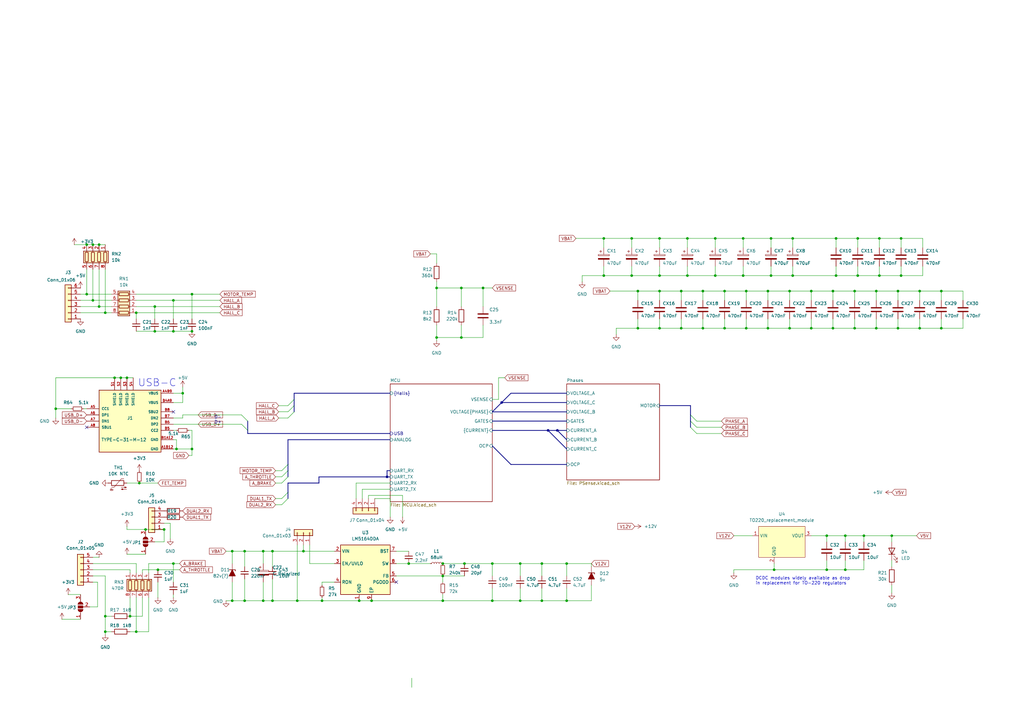
<source format=kicad_sch>
(kicad_sch (version 20231120) (generator "eeschema") (generator_version "8.0")
  (paper "A3")
  (title_block (title "V(ESC)ESX") (date "2024-07-19") (rev "v0.1"))
  (junction (at 351.79 113.03))
  (junction (at 339.09 219.71))
  (junction (at 342.9 97.79))
  (junction (at 49.53 154.94))
  (junction (at 124.46 226.06))
  (junction (at 288.29 119.38))
  (junction (at 38.1 123.19))
  (junction (at 341.63 134.62))
  (junction (at 270.51 119.38))
  (junction (at 346.71 219.71))
  (junction (at 332.74 119.38))
  (junction (at 261.62 134.62))
  (junction (at 201.93 246.38))
  (junction (at 35.56 120.65))
  (junction (at 222.25 246.38))
  (junction (at 270.51 113.03))
  (junction (at 281.94 113.03))
  (junction (at 205.74 165.1))
  (junction (at 111.76 226.06))
  (junction (at 213.36 246.38))
  (junction (at 325.12 113.03))
  (junction (at 369.57 113.03))
  (junction (at 72.39 184.15))
  (junction (at 121.92 246.38))
  (junction (at 368.3 134.62))
  (junction (at 46.99 154.94))
  (junction (at 270.51 97.79))
  (junction (at 71.12 123.19))
  (junction (at 71.12 231.14))
  (junction (at 332.74 134.62))
  (junction (at 316.23 113.03))
  (junction (at 53.34 252.73))
  (junction (at 369.57 97.79))
  (junction (at 22.86 167.64))
  (junction (at 95.25 246.38))
  (junction (at 323.85 119.38))
  (junction (at 351.79 97.79))
  (junction (at 100.33 226.06))
  (junction (at 259.08 113.03))
  (junction (at 111.76 246.38))
  (junction (at 222.25 231.14))
  (junction (at 63.5 135.89))
  (junction (at 107.95 226.06))
  (junction (at 179.07 138.43))
  (junction (at 198.12 118.11))
  (junction (at 293.37 113.03))
  (junction (at 228.6 176.53))
  (junction (at 78.74 184.15))
  (junction (at 341.63 119.38))
  (junction (at 306.07 134.62))
  (junction (at 190.5 231.14))
  (junction (at 189.23 118.11))
  (junction (at 95.25 226.06))
  (junction (at 132.08 246.38))
  (junction (at 213.36 231.14))
  (junction (at 224.79 176.53))
  (junction (at 181.61 246.38))
  (junction (at 63.5 125.73))
  (junction (at 279.4 119.38))
  (junction (at 279.4 134.62))
  (junction (at 350.52 134.62))
  (junction (at 201.93 231.14))
  (junction (at 52.07 154.94))
  (junction (at 288.29 134.62))
  (junction (at 359.41 119.38))
  (junction (at 247.65 113.03))
  (junction (at 152.4 246.38))
  (junction (at 317.5 233.68))
  (junction (at 247.65 97.79))
  (junction (at 304.8 113.03))
  (junction (at 368.3 119.38))
  (junction (at 314.96 119.38))
  (junction (at 325.12 97.79))
  (junction (at 158.75 195.58))
  (junction (at 342.9 113.03))
  (junction (at 339.09 233.68))
  (junction (at 43.18 252.73))
  (junction (at 40.64 125.73))
  (junction (at 181.61 231.14))
  (junction (at 350.52 119.38))
  (junction (at 386.08 119.38))
  (junction (at 316.23 97.79))
  (junction (at 43.18 259.08))
  (junction (at 346.71 233.68))
  (junction (at 107.95 246.38))
  (junction (at 57.15 198.12))
  (junction (at 179.07 118.11))
  (junction (at 43.18 128.27))
  (junction (at 78.74 120.65))
  (junction (at 281.94 97.79))
  (junction (at 297.18 134.62))
  (junction (at 259.08 97.79))
  (junction (at 314.96 134.62))
  (junction (at 297.18 119.38))
  (junction (at 167.64 231.14))
  (junction (at 55.88 259.08))
  (junction (at 354.33 219.71))
  (junction (at 232.41 231.14))
  (junction (at 55.88 128.27))
  (junction (at 35.56 100.33))
  (junction (at 270.51 134.62))
  (junction (at 360.68 113.03))
  (junction (at 365.76 219.71))
  (junction (at 78.74 135.89))
  (junction (at 360.68 97.79))
  (junction (at 359.41 134.62))
  (junction (at 181.61 236.22))
  (junction (at 232.41 246.38))
  (junction (at 189.23 138.43))
  (junction (at 377.19 134.62))
  (junction (at 377.19 119.38))
  (junction (at 323.85 134.62))
  (junction (at 306.07 119.38))
  (junction (at 38.1 100.33))
  (junction (at 304.8 97.79))
  (junction (at 147.32 246.38))
  (junction (at 293.37 97.79))
  (junction (at 386.08 134.62))
  (junction (at 64.77 233.68))
  (junction (at 74.93 161.29))
  (junction (at 100.33 246.38))
  (junction (at 261.62 119.38))
  (junction (at 40.64 100.33))
  (junction (at 67.31 217.17))
  (junction (at 59.69 217.17))
  (junction (at 71.12 135.89))
  (no_connect (at 35.56 175.26))
  (no_connect (at 71.12 168.91))
  (no_connect (at 162.56 238.76))
  (bus_entry (at 118.11 166.37) (size 2.54 -2.54))
  (bus_entry (at 283.21 172.72) (size 2.54 2.54))
  (bus_entry (at 283.21 175.26) (size 2.54 2.54))
  (bus_entry (at 118.11 171.45) (size 2.54 -2.54))
  (bus_entry (at 115.57 193.04) (size 2.54 -2.54))
  (bus_entry (at 115.57 207.01) (size 2.54 -2.54))
  (bus_entry (at 283.21 170.18) (size 2.54 2.54))
  (bus_entry (at 115.57 198.12) (size 2.54 -2.54))
  (bus_entry (at 118.11 168.91) (size 2.54 -2.54))
  (bus_entry (at 99.06 173.99) (size 2.54 2.54))
  (bus_entry (at 115.57 204.47) (size 2.54 -2.54))
  (bus_entry (at 115.57 195.58) (size 2.54 -2.54))
  (bus_entry (at 99.06 170.18) (size 2.54 2.54))
  (wire (pts (xy 316.23 97.79) (xy 325.12 97.79)))
  (wire (pts (xy 53.34 252.73) (xy 58.42 252.73)))
  (wire (pts (xy 222.25 231.14) (xy 232.41 231.14)))
  (wire (pts (xy 369.57 109.22) (xy 369.57 113.03)))
  (wire (pts (xy 74.93 170.18) (xy 74.93 171.45)))
  (wire (pts (xy 111.76 246.38) (xy 121.92 246.38)))
  (wire (pts (xy 360.68 97.79) (xy 360.68 101.6)))
  (wire (pts (xy 359.41 119.38) (xy 359.41 123.19)))
  (wire (pts (xy 55.88 259.08) (xy 60.96 259.08)))
  (wire (pts (xy 369.57 113.03) (xy 360.68 113.03)))
  (wire (pts (xy 213.36 246.38) (xy 201.93 246.38)))
  (wire (pts (xy 43.18 259.08) (xy 45.72 259.08)))
  (wire (pts (xy 148.59 204.47) (xy 148.59 200.66)))
  (wire (pts (xy 124.46 226.06) (xy 137.16 226.06)))
  (wire (pts (xy 78.74 120.65) (xy 90.17 120.65)))
  (wire (pts (xy 369.57 97.79) (xy 378.46 97.79)))
  (wire (pts (xy 377.19 130.81) (xy 377.19 134.62)))
  (wire (pts (xy 297.18 134.62) (xy 306.07 134.62)))
  (bus (pts (xy 120.65 163.83) (xy 120.65 161.29)))
  (wire (pts (xy 165.1 212.09) (xy 165.1 203.2)))
  (wire (pts (xy 189.23 133.35) (xy 189.23 138.43)))
  (bus (pts (xy 118.11 190.5) (xy 118.11 193.04)))
  (wire (pts (xy 259.08 113.03) (xy 270.51 113.03)))
  (wire (pts (xy 33.02 128.27) (xy 43.18 128.27)))
  (wire (pts (xy 60.96 259.08) (xy 60.96 245.11)))
  (wire (pts (xy 151.13 203.2) (xy 151.13 204.47)))
  (bus (pts (xy 232.41 190.5) (xy 209.55 190.5)))
  (wire (pts (xy 339.09 219.71) (xy 339.09 222.25)))
  (bus (pts (xy 283.21 166.37) (xy 283.21 170.18)))
  (wire (pts (xy 60.96 231.14) (xy 71.12 231.14)))
  (wire (pts (xy 259.08 97.79) (xy 259.08 101.6)))
  (wire (pts (xy 350.52 134.62) (xy 341.63 134.62)))
  (wire (pts (xy 107.95 238.76) (xy 107.95 246.38)))
  (bus (pts (xy 232.41 180.34) (xy 228.6 176.53)))
  (wire (pts (xy 160.02 212.09) (xy 160.02 204.47)))
  (wire (pts (xy 77.47 176.53) (xy 78.74 176.53)))
  (wire (pts (xy 58.42 252.73) (xy 58.42 245.11)))
  (wire (pts (xy 43.18 236.22) (xy 38.1 236.22)))
  (wire (pts (xy 270.51 97.79) (xy 270.51 101.6)))
  (bus (pts (xy 118.11 180.34) (xy 118.11 190.5)))
  (wire (pts (xy 270.51 134.62) (xy 279.4 134.62)))
  (wire (pts (xy 179.07 133.35) (xy 179.07 138.43)))
  (wire (pts (xy 146.05 198.12) (xy 146.05 204.47)))
  (wire (pts (xy 74.93 158.75) (xy 74.93 161.29)))
  (wire (pts (xy 354.33 229.87) (xy 354.33 233.68)))
  (wire (pts (xy 281.94 97.79) (xy 293.37 97.79)))
  (wire (pts (xy 43.18 259.08) (xy 43.18 252.73)))
  (bus (pts (xy 118.11 198.12) (xy 118.11 201.93)))
  (wire (pts (xy 259.08 109.22) (xy 259.08 113.03)))
  (wire (pts (xy 342.9 97.79) (xy 351.79 97.79)))
  (wire (pts (xy 354.33 219.71) (xy 365.76 219.71)))
  (wire (pts (xy 121.92 223.52) (xy 121.92 246.38)))
  (wire (pts (xy 113.03 207.01) (xy 115.57 207.01)))
  (wire (pts (xy 386.08 130.81) (xy 386.08 134.62)))
  (wire (pts (xy 314.96 130.81) (xy 314.96 134.62)))
  (wire (pts (xy 270.51 130.81) (xy 270.51 134.62)))
  (wire (pts (xy 74.93 171.45) (xy 71.12 171.45)))
  (wire (pts (xy 190.5 231.14) (xy 201.93 231.14)))
  (wire (pts (xy 325.12 113.03) (xy 342.9 113.03)))
  (wire (pts (xy 114.3 166.37) (xy 118.11 166.37)))
  (wire (pts (xy 316.23 109.22) (xy 316.23 113.03)))
  (wire (pts (xy 314.96 134.62) (xy 323.85 134.62)))
  (wire (pts (xy 288.29 134.62) (xy 279.4 134.62)))
  (wire (pts (xy 113.03 198.12) (xy 115.57 198.12)))
  (wire (pts (xy 132.08 246.38) (xy 147.32 246.38)))
  (bus (pts (xy 283.21 172.72) (xy 283.21 175.26)))
  (wire (pts (xy 33.02 125.73) (xy 40.64 125.73)))
  (wire (pts (xy 71.12 176.53) (xy 72.39 176.53)))
  (wire (pts (xy 162.56 236.22) (xy 181.61 236.22)))
  (wire (pts (xy 314.96 119.38) (xy 314.96 123.19)))
  (wire (pts (xy 198.12 133.35) (xy 198.12 138.43)))
  (wire (pts (xy 53.34 245.11) (xy 53.34 252.73)))
  (bus (pts (xy 101.6 172.72) (xy 101.6 176.53)))
  (wire (pts (xy 304.8 97.79) (xy 316.23 97.79)))
  (wire (pts (xy 293.37 113.03) (xy 304.8 113.03)))
  (wire (pts (xy 285.75 172.72) (xy 295.91 172.72)))
  (wire (pts (xy 365.76 219.71) (xy 375.92 219.71)))
  (wire (pts (xy 71.12 173.99) (xy 99.06 173.99)))
  (wire (pts (xy 270.51 119.38) (xy 270.51 123.19)))
  (wire (pts (xy 38.1 233.68) (xy 53.34 233.68)))
  (wire (pts (xy 285.75 177.8) (xy 295.91 177.8)))
  (wire (pts (xy 359.41 134.62) (xy 368.3 134.62)))
  (wire (pts (xy 78.74 120.65) (xy 78.74 130.81)))
  (wire (pts (xy 55.88 120.65) (xy 78.74 120.65)))
  (wire (pts (xy 55.88 130.81) (xy 55.88 128.27)))
  (wire (pts (xy 314.96 119.38) (xy 323.85 119.38)))
  (wire (pts (xy 113.03 195.58) (xy 115.57 195.58)))
  (wire (pts (xy 365.76 240.03) (xy 365.76 243.205)))
  (wire (pts (xy 232.41 231.14) (xy 232.41 236.22)))
  (bus (pts (xy 120.65 168.91) (xy 120.65 166.37)))
  (wire (pts (xy 95.25 246.38) (xy 100.33 246.38)))
  (wire (pts (xy 325.12 97.79) (xy 325.12 101.6)))
  (wire (pts (xy 368.3 119.38) (xy 377.19 119.38)))
  (wire (pts (xy 386.08 119.38) (xy 394.97 119.38)))
  (wire (pts (xy 342.9 113.03) (xy 351.79 113.03)))
  (wire (pts (xy 201.93 231.14) (xy 213.36 231.14)))
  (bus (pts (xy 232.41 184.15) (xy 224.79 176.53)))
  (wire (pts (xy 350.52 130.81) (xy 350.52 134.62)))
  (wire (pts (xy 247.65 109.22) (xy 247.65 113.03)))
  (wire (pts (xy 55.88 231.14) (xy 55.88 234.95)))
  (wire (pts (xy 341.63 119.38) (xy 341.63 123.19)))
  (wire (pts (xy 71.12 165.1) (xy 74.93 165.1)))
  (bus (pts (xy 160.02 180.34) (xy 118.11 180.34)))
  (wire (pts (xy 394.97 119.38) (xy 394.97 123.19)))
  (wire (pts (xy 71.12 161.29) (xy 74.93 161.29)))
  (wire (pts (xy 100.33 237.49) (xy 100.33 246.38)))
  (wire (pts (xy 377.19 119.38) (xy 377.19 123.19)))
  (wire (pts (xy 368.3 130.81) (xy 368.3 134.62)))
  (wire (pts (xy 53.34 259.08) (xy 55.88 259.08)))
  (wire (pts (xy 351.79 97.79) (xy 360.68 97.79)))
  (bus (pts (xy 118.11 198.12) (xy 130.81 198.12)))
  (wire (pts (xy 22.86 154.94) (xy 22.86 167.64)))
  (wire (pts (xy 306.07 119.38) (xy 314.96 119.38)))
  (wire (pts (xy 351.79 109.22) (xy 351.79 113.03)))
  (wire (pts (xy 201.93 241.3) (xy 201.93 246.38)))
  (wire (pts (xy 113.03 193.04) (xy 115.57 193.04)))
  (wire (pts (xy 95.25 226.06) (xy 95.25 231.14)))
  (bus (pts (xy 283.21 170.18) (xy 283.21 172.72)))
  (wire (pts (xy 52.07 154.94) (xy 54.61 154.94)))
  (wire (pts (xy 38.1 110.49) (xy 38.1 123.19)))
  (wire (pts (xy 242.57 231.14) (xy 242.57 232.41)))
  (wire (pts (xy 198.12 118.11) (xy 198.12 125.73)))
  (wire (pts (xy 95.25 226.06) (xy 100.33 226.06)))
  (wire (pts (xy 325.12 97.79) (xy 342.9 97.79)))
  (wire (pts (xy 259.08 97.79) (xy 270.51 97.79)))
  (wire (pts (xy 64.77 233.68) (xy 73.66 233.68)))
  (wire (pts (xy 179.07 138.43) (xy 179.07 139.7)))
  (wire (pts (xy 181.61 236.22) (xy 190.5 236.22)))
  (wire (pts (xy 162.56 226.06) (xy 167.64 226.06)))
  (wire (pts (xy 323.85 119.38) (xy 323.85 123.19)))
  (wire (pts (xy 35.56 110.49) (xy 35.56 120.65)))
  (wire (pts (xy 114.3 168.91) (xy 118.11 168.91)))
  (wire (pts (xy 111.76 226.06) (xy 111.76 232.41)))
  (wire (pts (xy 247.65 97.79) (xy 259.08 97.79)))
  (wire (pts (xy 55.88 125.73) (xy 63.5 125.73)))
  (wire (pts (xy 55.88 128.27) (xy 90.17 128.27)))
  (wire (pts (xy 58.42 233.68) (xy 64.77 233.68)))
  (wire (pts (xy 55.88 245.11) (xy 55.88 259.08)))
  (bus (pts (xy 160.02 193.04) (xy 158.75 193.04)))
  (wire (pts (xy 78.74 176.53) (xy 78.74 184.15)))
  (wire (pts (xy 232.41 231.14) (xy 242.57 231.14)))
  (wire (pts (xy 46.99 154.94) (xy 49.53 154.94)))
  (bus (pts (xy 201.93 172.72) (xy 232.41 172.72)))
  (wire (pts (xy 147.32 246.38) (xy 152.4 246.38)))
  (wire (pts (xy 394.97 130.81) (xy 394.97 134.62)))
  (wire (pts (xy 332.74 130.81) (xy 332.74 134.62)))
  (wire (pts (xy 222.25 241.3) (xy 222.25 246.38)))
  (wire (pts (xy 22.86 171.45) (xy 22.86 167.64)))
  (wire (pts (xy 181.61 236.22) (xy 181.61 238.76)))
  (wire (pts (xy 368.3 119.38) (xy 368.3 123.19)))
  (wire (pts (xy 100.33 246.38) (xy 107.95 246.38)))
  (wire (pts (xy 213.36 231.14) (xy 222.25 231.14)))
  (wire (pts (xy 213.36 231.14) (xy 213.36 236.22)))
  (wire (pts (xy 350.52 119.38) (xy 350.52 123.19)))
  (wire (pts (xy 25.4 254) (xy 33.02 254)))
  (wire (pts (xy 167.64 231.14) (xy 176.53 231.14)))
  (wire (pts (xy 288.29 119.38) (xy 297.18 119.38)))
  (wire (pts (xy 247.65 113.03) (xy 238.76 113.03)))
  (wire (pts (xy 49.53 154.94) (xy 52.07 154.94)))
  (wire (pts (xy 242.57 246.38) (xy 232.41 246.38)))
  (wire (pts (xy 132.08 240.03) (xy 132.08 238.76)))
  (wire (pts (xy 52.07 217.17) (xy 52.07 215.9)))
  (bus (pts (xy 101.6 177.8) (xy 101.6 176.53)))
  (wire (pts (xy 297.18 119.38) (xy 306.07 119.38)))
  (bus (pts (xy 158.75 193.04) (xy 158.75 195.58)))
  (wire (pts (xy 261.62 119.38) (xy 270.51 119.38)))
  (wire (pts (xy 63.5 135.89) (xy 71.12 135.89)))
  (wire (pts (xy 300.99 234.95) (xy 300.99 233.68)))
  (wire (pts (xy 107.95 226.06) (xy 107.95 231.14)))
  (wire (pts (xy 189.23 118.11) (xy 198.12 118.11)))
  (wire (pts (xy 100.33 226.06) (xy 100.33 232.41)))
  (wire (pts (xy 132.08 245.11) (xy 132.08 246.38)))
  (wire (pts (xy 127 223.52) (xy 127 231.14)))
  (wire (pts (xy 204.47 154.94) (xy 204.47 163.83)))
  (wire (pts (xy 350.52 119.38) (xy 359.41 119.38)))
  (wire (pts (xy 304.8 109.22) (xy 304.8 113.03)))
  (bus (pts (xy 118.11 193.04) (xy 118.11 195.58)))
  (wire (pts (xy 365.76 229.87) (xy 365.76 232.41)))
  (wire (pts (xy 43.18 252.73) (xy 45.72 252.73)))
  (wire (pts (xy 35.56 120.65) (xy 45.72 120.65)))
  (wire (pts (xy 74.93 165.1) (xy 74.93 161.29)))
  (wire (pts (xy 43.18 110.49) (xy 43.18 128.27)))
  (wire (pts (xy 342.9 109.22) (xy 342.9 113.03)))
  (wire (pts (xy 40.005 238.76) (xy 40.005 248.92)))
  (wire (pts (xy 288.29 130.81) (xy 288.29 134.62)))
  (wire (pts (xy 297.18 130.81) (xy 297.18 134.62)))
  (wire (pts (xy 270.51 119.38) (xy 279.4 119.38)))
  (wire (pts (xy 63.5 222.25) (xy 67.31 222.25)))
  (wire (pts (xy 179.07 118.11) (xy 179.07 125.73)))
  (wire (pts (xy 360.68 97.79) (xy 369.57 97.79)))
  (wire (pts (xy 168.91 281.94) (xy 168.91 278.13)))
  (wire (pts (xy 332.74 219.71) (xy 339.09 219.71)))
  (wire (pts (xy 279.4 119.38) (xy 288.29 119.38)))
  (wire (pts (xy 22.86 167.64) (xy 29.21 167.64)))
  (wire (pts (xy 247.65 113.03) (xy 259.08 113.03)))
  (wire (pts (xy 394.97 134.62) (xy 386.08 134.62)))
  (wire (pts (xy 40.005 238.76) (xy 38.1 238.76)))
  (bus (pts (xy 209.55 190.5) (xy 201.93 182.88)))
  (wire (pts (xy 71.12 180.34) (xy 72.39 180.34)))
  (wire (pts (xy 386.08 119.38) (xy 386.08 123.19)))
  (wire (pts (xy 40.64 100.33) (xy 43.18 100.33)))
  (wire (pts (xy 339.09 229.87) (xy 339.09 233.68)))
  (wire (pts (xy 201.93 246.38) (xy 181.61 246.38)))
  (wire (pts (xy 181.61 246.38) (xy 181.61 243.84)))
  (wire (pts (xy 261.62 134.62) (xy 270.51 134.62)))
  (wire (pts (xy 252.73 134.62) (xy 261.62 134.62)))
  (wire (pts (xy 339.09 219.71) (xy 346.71 219.71)))
  (wire (pts (xy 59.69 217.17) (xy 67.31 217.17)))
  (wire (pts (xy 317.5 233.68) (xy 339.09 233.68)))
  (wire (pts (xy 162.56 231.14) (xy 167.64 231.14)))
  (wire (pts (xy 179.07 115.57) (xy 179.07 118.11)))
  (wire (pts (xy 71.12 231.14) (xy 73.66 231.14)))
  (wire (pts (xy 281.94 109.22) (xy 281.94 113.03)))
  (wire (pts (xy 100.33 226.06) (xy 107.95 226.06)))
  (wire (pts (xy 323.85 130.81) (xy 323.85 134.62)))
  (wire (pts (xy 222.25 246.38) (xy 213.36 246.38)))
  (wire (pts (xy 35.56 100.33) (xy 38.1 100.33)))
  (wire (pts (xy 114.3 171.45) (xy 118.11 171.45)))
  (wire (pts (xy 306.07 130.81) (xy 306.07 134.62)))
  (bus (pts (xy 118.11 201.93) (xy 118.11 204.47)))
  (wire (pts (xy 55.88 123.19) (xy 71.12 123.19)))
  (wire (pts (xy 40.64 110.49) (xy 40.64 125.73)))
  (wire (pts (xy 43.18 128.27) (xy 45.72 128.27)))
  (wire (pts (xy 52.07 227.33) (xy 59.69 227.33)))
  (wire (pts (xy 35.56 167.64) (xy 34.29 167.64)))
  (wire (pts (xy 204.47 163.83) (xy 201.93 163.83)))
  (wire (pts (xy 30.48 100.33) (xy 35.56 100.33)))
  (wire (pts (xy 378.46 97.79) (xy 378.46 101.6)))
  (wire (pts (xy 53.34 233.68) (xy 53.34 234.95)))
  (wire (pts (xy 261.62 130.81) (xy 261.62 134.62)))
  (bus (pts (xy 158.75 195.58) (xy 160.02 195.58)))
  (wire (pts (xy 323.85 119.38) (xy 332.74 119.38)))
  (wire (pts (xy 43.18 260.35) (xy 43.18 259.08)))
  (bus (pts (xy 120.65 161.29) (xy 160.02 161.29)))
  (bus (pts (xy 270.51 166.37) (xy 283.21 166.37)))
  (wire (pts (xy 74.93 170.18) (xy 99.06 170.18)))
  (wire (pts (xy 346.71 233.68) (xy 339.09 233.68)))
  (wire (pts (xy 107.95 246.38) (xy 111.76 246.38)))
  (wire (pts (xy 64.77 238.76) (xy 64.77 245.11)))
  (wire (pts (xy 304.8 113.03) (xy 316.23 113.03)))
  (wire (pts (xy 316.23 113.03) (xy 325.12 113.03)))
  (wire (pts (xy 279.4 119.38) (xy 279.4 123.19)))
  (wire (pts (xy 359.41 119.38) (xy 368.3 119.38)))
  (wire (pts (xy 270.51 109.22) (xy 270.51 113.03)))
  (wire (pts (xy 52.07 217.17) (xy 59.69 217.17)))
  (wire (pts (xy 222.25 231.14) (xy 222.25 236.22)))
  (wire (pts (xy 69.85 220.98) (xy 69.85 214.63)))
  (wire (pts (xy 165.1 203.2) (xy 151.13 203.2)))
  (wire (pts (xy 242.57 240.03) (xy 242.57 246.38)))
  (wire (pts (xy 57.15 198.12) (xy 64.77 198.12)))
  (wire (pts (xy 92.71 226.06) (xy 95.25 226.06)))
  (wire (pts (xy 207.01 154.94) (xy 204.47 154.94)))
  (wire (pts (xy 317.5 233.68) (xy 317.5 231.14)))
  (wire (pts (xy 78.74 186.817) (xy 78.74 184.15)))
  (wire (pts (xy 377.19 119.38) (xy 386.08 119.38)))
  (wire (pts (xy 189.23 118.11) (xy 189.23 125.73)))
  (wire (pts (xy 38.1 231.14) (xy 55.88 231.14)))
  (wire (pts (xy 201.93 231.14) (xy 201.93 236.22)))
  (bus (pts (xy 120.65 166.37) (xy 120.65 163.83)))
  (wire (pts (xy 132.08 238.76) (xy 137.16 238.76)))
  (wire (pts (xy 198.12 138.43) (xy 189.23 138.43)))
  (wire (pts (xy 46.99 154.94) (xy 22.86 154.94)))
  (wire (pts (xy 288.29 119.38) (xy 288.29 123.19)))
  (wire (pts (xy 111.76 226.06) (xy 124.46 226.06)))
  (wire (pts (xy 71.12 184.15) (xy 72.39 184.15)))
  (wire (pts (xy 365.76 219.71) (xy 365.76 222.25)))
  (wire (pts (xy 52.07 198.12) (xy 57.15 198.12)))
  (wire (pts (xy 360.68 109.22) (xy 360.68 113.03)))
  (wire (pts (xy 71.12 135.89) (xy 78.74 135.89)))
  (wire (pts (xy 38.1 228.6) (xy 40.64 228.6)))
  (wire (pts (xy 127 231.14) (xy 137.16 231.14)))
  (wire (pts (xy 38.1 100.33) (xy 40.64 100.33)))
  (bus (pts (xy 201.93 168.91) (xy 232.41 168.91)))
  (wire (pts (xy 297.18 119.38) (xy 297.18 123.19)))
  (wire (pts (xy 232.41 246.38) (xy 222.25 246.38)))
  (wire (pts (xy 78.74 184.15) (xy 72.39 184.15)))
  (wire (pts (xy 341.63 130.81) (xy 341.63 134.62)))
  (wire (pts (xy 360.68 113.03) (xy 351.79 113.03)))
  (wire (pts (xy 71.12 231.14) (xy 71.12 238.76)))
  (wire (pts (xy 113.03 204.47) (xy 115.57 204.47)))
  (wire (pts (xy 72.39 180.34) (xy 72.39 184.15)))
  (wire (pts (xy 323.85 134.62) (xy 332.74 134.62)))
  (wire (pts (xy 270.51 97.79) (xy 281.94 97.79)))
  (bus (pts (xy 201.93 168.91) (xy 205.74 165.1)))
  (wire (pts (xy 325.12 109.22) (xy 325.12 113.03)))
  (wire (pts (xy 124.46 223.52) (xy 124.46 226.06)))
  (wire (pts (xy 179.07 104.14) (xy 179.07 107.95)))
  (wire (pts (xy 261.62 119.38) (xy 261.62 123.19)))
  (wire (pts (xy 293.37 97.79) (xy 304.8 97.79)))
  (wire (pts (xy 40.64 125.73) (xy 45.72 125.73)))
  (wire (pts (xy 297.18 134.62) (xy 288.29 134.62)))
  (wire (pts (xy 332.74 119.38) (xy 341.63 119.38)))
  (wire (pts (xy 342.9 97.79) (xy 342.9 101.6)))
  (wire (pts (xy 350.52 134.62) (xy 359.41 134.62)))
  (wire (pts (xy 63.5 125.73) (xy 90.17 125.73)))
  (wire (pts (xy 300.99 233.68) (xy 317.5 233.68)))
  (wire (pts (xy 316.23 97.79) (xy 316.23 101.6)))
  (wire (pts (xy 38.1 123.19) (xy 45.72 123.19)))
  (wire (pts (xy 270.51 113.03) (xy 281.94 113.03)))
  (bus (pts (xy 130.81 195.58) (xy 158.75 195.58)))
  (wire (pts (xy 304.8 97.79) (xy 304.8 101.6)))
  (wire (pts (xy 160.02 198.12) (xy 146.05 198.12)))
  (wire (pts (xy 346.71 219.71) (xy 354.33 219.71)))
  (wire (pts (xy 33.02 120.65) (xy 35.56 120.65)))
  (bus (pts (xy 130.81 198.12) (xy 130.81 195.58)))
  (bus (pts (xy 224.79 176.53) (xy 228.6 176.53)))
  (wire (pts (xy 378.46 109.22) (xy 378.46 113.03)))
  (wire (pts (xy 341.63 134.62) (xy 332.74 134.62)))
  (wire (pts (xy 281.94 97.79) (xy 281.94 101.6)))
  (bus (pts (xy 232.41 165.1) (xy 205.74 165.1)))
  (wire (pts (xy 43.18 252.73) (xy 43.18 236.22)))
  (wire (pts (xy 111.76 237.49) (xy 111.76 246.38)))
  (wire (pts (xy 293.37 109.22) (xy 293.37 113.03)))
  (wire (pts (xy 176.53 104.14) (xy 179.07 104.14)))
  (wire (pts (xy 77.47 186.817) (xy 78.74 186.817)))
  (wire (pts (xy 181.61 231.14) (xy 190.5 231.14)))
  (wire (pts (xy 71.12 243.84) (xy 71.12 245.11)))
  (wire (pts (xy 27.94 243.84) (xy 33.02 243.84)))
  (wire (pts (xy 369.57 97.79) (xy 369.57 101.6)))
  (wire (pts (xy 189.23 138.43) (xy 179.07 138.43)))
  (wire (pts (xy 293.37 97.79) (xy 293.37 101.6)))
  (wire (pts (xy 238.76 113.03) (xy 238.76 115.57)))
  (wire (pts (xy 232.41 241.3) (xy 232.41 246.38)))
  (wire (pts (xy 281.94 113.03) (xy 293.37 113.03)))
  (bus (pts (xy 205.74 165.1) (xy 209.55 161.29)))
  (wire (pts (xy 279.4 130.81) (xy 279.4 134.62)))
  (wire (pts (xy 351.79 97.79) (xy 351.79 101.6)))
  (wire (pts (xy 60.96 234.95) (xy 60.96 231.14)))
  (wire (pts (xy 121.92 246.38) (xy 132.08 246.38)))
  (wire (pts (xy 306.07 134.62) (xy 314.96 134.62)))
  (wire (pts (xy 346.71 219.71) (xy 346.71 222.25)))
  (wire (pts (xy 359.41 130.81) (xy 359.41 134.62)))
  (wire (pts (xy 179.07 118.11) (xy 189.23 118.11)))
  (wire (pts (xy 377.19 134.62) (xy 386.08 134.62)))
  (wire (pts (xy 354.33 233.68) (xy 346.71 233.68)))
  (wire (pts (xy 332.74 119.38) (xy 332.74 123.19)))
  (wire (pts (xy 55.88 135.89) (xy 63.5 135.89)))
  (wire (pts (xy 247.65 97.79) (xy 247.65 101.6)))
  (wire (pts (xy 250.19 119.38) (xy 261.62 119.38)))
  (wire (pts (xy 95.25 238.76) (xy 95.25 246.38)))
  (wire (pts (xy 341.63 119.38) (xy 350.52 119.38)))
  (wire (pts (xy 36.83 248.92) (xy 40.005 248.92)))
  (wire (pts (xy 198.12 118.11) (xy 201.93 118.11)))
  (wire (pts (xy 71.12 123.19) (xy 71.12 130.81)))
  (wire (pts (xy 213.36 241.3) (xy 213.36 246.38)))
  (wire (pts (xy 69.85 214.63) (xy 67.31 214.63)))
  (bus (pts (xy 201.93 176.53) (xy 224.79 176.53)))
  (wire (pts (xy 354.33 219.71) (xy 354.33 222.25)))
  (wire (pts (xy 107.95 226.06) (xy 111.76 226.06)))
  (wire (pts (xy 236.22 97.79) (xy 247.65 97.79)))
  (wire (pts (xy 33.02 123.19) (xy 38.1 123.19)))
  (bus (pts (xy 101.6 177.8) (xy 160.02 177.8)))
  (wire (pts (xy 67.31 222.25) (xy 67.31 217.17)))
  (wire (pts (xy 346.71 229.87) (xy 346.71 233.68)))
  (wire (pts (xy 92.71 246.38) (xy 95.25 246.38)))
  (wire (pts (xy 300.99 219.71) (xy 308.61 219.71)))
  (wire (pts (xy 285.75 175.26) (xy 295.91 175.26)))
  (bus (pts (xy 228.6 176.53) (xy 232.41 176.53)))
  (wire (pts (xy 160.02 204.47) (xy 153.67 204.47)))
  (wire (pts (xy 148.59 200.66) (xy 160.02 200.66)))
  (wire (pts (xy 306.07 119.38) (xy 306.07 123.19)))
  (wire (pts (xy 369.57 113.03) (xy 378.46 113.03)))
  (wire (pts (xy 63.5 125.73) (xy 63.5 130.81)))
  (wire (pts (xy 368.3 134.62) (xy 377.19 134.62)))
  (bus (pts (xy 232.41 161.29) (xy 209.55 161.29)))
  (wire (pts (xy 252.73 134.62) (xy 252.73 137.16)))
  (wire (pts (xy 71.12 123.19) (xy 90.17 123.19)))
  (wire (pts (xy 58.42 234.95) (xy 58.42 233.68)))
  (wire (pts (xy 152.4 246.38) (xy 181.61 246.38)))
  (text "DCDC modules widely available as drop\nin replacement for TO-220 regulators" (at 309.88 240.03 0) (effects (font (size 1.27 1.27)) (justify left bottom)))
  (text "D-\nD+" (at 89.408 172.212 0) (effects (font (size 1.27 1.27))))
  (text "USB-C\n" (at 56.515 158.877 0) (effects (font (size 2.9972 2.9972)) (justify left bottom)))
  (global_label "A_BRAKE" (shape input) (at 73.66 231.14 0) (property "Intersheetrefs" "${INTERSHEET_REFS}" (effects (hide yes))))
  (global_label "V12V" (shape input) (at 300.99 219.71 180) (property "Intersheetrefs" "${INTERSHEET_REFS}" (effects (hide yes))))
  (global_label "PHASE_A" (shape input) (at 295.91 172.72 0) (property "Intersheetrefs" "${INTERSHEET_REFS}" (effects (hide yes))))
  (global_label "DUAL1_TX" (shape input) (at 113.03 204.47 180) (property "Intersheetrefs" "${INTERSHEET_REFS}" (effects (hide yes))))
  (global_label "USB_D-" (shape input) (at 81.28 170.18 0) (property "Intersheetrefs" "${INTERSHEET_REFS}" (effects (hide yes))))
  (global_label "USB_D-" (shape input) (at 35.56 172.72 180) (property "Intersheetrefs" "${INTERSHEET_REFS}" (effects (hide yes))))
  (global_label "VBAT" (shape input) (at 236.22 97.79 180) (property "Intersheetrefs" "${INTERSHEET_REFS}" (effects (hide yes))))
  (global_label "MOTOR_TEMP" (shape input) (at 113.03 193.04 180) (property "Intersheetrefs" "${INTERSHEET_REFS}" (effects (hide yes))))
  (global_label "DUAL2_RX" (shape input) (at 74.93 209.55 0) (property "Intersheetrefs" "${INTERSHEET_REFS}" (effects (hide yes))))
  (global_label "PHASE_C" (shape input) (at 295.91 177.8 0) (property "Intersheetrefs" "${INTERSHEET_REFS}" (effects (hide yes))))
  (global_label "HALL_A" (shape input) (at 90.17 123.19 0) (property "Intersheetrefs" "${INTERSHEET_REFS}" (effects (hide yes))))
  (global_label "A_THROTTLE" (shape input) (at 113.03 195.58 180) (property "Intersheetrefs" "${INTERSHEET_REFS}" (effects (hide yes))))
  (global_label "HALL_B" (shape input) (at 114.3 168.91 180) (property "Intersheetrefs" "${INTERSHEET_REFS}" (effects (hide yes))))
  (global_label "MOTOR_TEMP" (shape input) (at 90.17 120.65 0) (property "Intersheetrefs" "${INTERSHEET_REFS}" (effects (hide yes))))
  (global_label "V5V" (shape input) (at 375.92 219.71 0) (property "Intersheetrefs" "${INTERSHEET_REFS}" (effects (hide yes))))
  (global_label "FET_TEMP" (shape input) (at 64.77 198.12 0) (property "Intersheetrefs" "${INTERSHEET_REFS}" (effects (hide yes))))
  (global_label "V5V" (shape input) (at 365.76 201.93 0) (property "Intersheetrefs" "${INTERSHEET_REFS}" (effects (hide yes))))
  (global_label "HALL_C" (shape input) (at 90.17 128.27 0) (property "Intersheetrefs" "${INTERSHEET_REFS}" (effects (hide yes))))
  (global_label "VBAT" (shape input) (at 176.53 104.14 180) (property "Intersheetrefs" "${INTERSHEET_REFS}" (effects (hide yes))))
  (global_label "HALL_B" (shape input) (at 90.17 125.73 0) (property "Intersheetrefs" "${INTERSHEET_REFS}" (effects (hide yes))))
  (global_label "HALL_A" (shape input) (at 114.3 171.45 180) (property "Intersheetrefs" "${INTERSHEET_REFS}" (effects (hide yes))))
  (global_label "VBAT" (shape input) (at 250.19 119.38 180) (property "Intersheetrefs" "${INTERSHEET_REFS}" (effects (hide yes))))
  (global_label "V12V" (shape input) (at 260.35 215.9 180) (property "Intersheetrefs" "${INTERSHEET_REFS}" (effects (hide yes))))
  (global_label "GND" (shape input) (at 77.47 186.817 180) (property "Intersheetrefs" "${INTERSHEET_REFS}" (effects (hide yes))))
  (global_label "PHASE_B" (shape input) (at 295.91 175.26 0) (property "Intersheetrefs" "${INTERSHEET_REFS}" (effects (hide yes))))
  (global_label "V12V" (shape input) (at 242.57 231.14 0) (property "Intersheetrefs" "${INTERSHEET_REFS}" (effects (hide yes))))
  (global_label "A_THROTTLE" (shape input) (at 73.66 233.68 0) (property "Intersheetrefs" "${INTERSHEET_REFS}" (effects (hide yes))))
  (global_label "VSENSE" (shape input) (at 207.01 154.94 0) (property "Intersheetrefs" "${INTERSHEET_REFS}" (effects (hide yes))))
  (global_label "VSENSE" (shape input) (at 201.93 118.11 0) (property "Intersheetrefs" "${INTERSHEET_REFS}" (effects (hide yes))))
  (global_label "VBAT" (shape input) (at 92.71 226.06 180) (property "Intersheetrefs" "${INTERSHEET_REFS}" (effects (hide yes))))
  (global_label "USB_D+" (shape input) (at 81.28 173.99 0) (property "Intersheetrefs" "${INTERSHEET_REFS}" (effects (hide yes))))
  (global_label "HALL_C" (shape input) (at 114.3 166.37 180) (property "Intersheetrefs" "${INTERSHEET_REFS}" (effects (hide yes))))
  (global_label "DUAL2_RX" (shape input) (at 113.03 207.01 180) (property "Intersheetrefs" "${INTERSHEET_REFS}" (effects (hide yes))))
  (global_label "A_BRAKE" (shape input) (at 113.03 198.12 180) (property "Intersheetrefs" "${INTERSHEET_REFS}" (effects (hide yes))))
  (global_label "USB_D+" (shape input) (at 35.56 170.18 180) (property "Intersheetrefs" "${INTERSHEET_REFS}" (effects (hide yes))))
  (global_label "DUAL1_TX" (shape input) (at 74.93 212.09 0) (property "Intersheetrefs" "${INTERSHEET_REFS}" (effects (hide yes))))
  (symbol (lib_id "TYPE-C-31-M-12:TYPE-C-31-M-12") (at 53.34 172.72 0) (unit 1)
    (property "Reference" "J1" (at 53.34 171.45 0))
    (property "Value" "TYPE-C-31-M-12" (at 50.8 180.34 0))
    (property "Footprint" "Connector_USB:USB_C_Receptacle_HRO_TYPE-C-31-M-12" (effects (hide yes)))
    (property "Datasheet" "https://datasheet.lcsc.com/lcsc/2205251630_Korean-Hroparts-Elec-TYPE-C-31-M-12_C165948.pdf" (effects (hide yes)))
    (property "STANDARD" "Manufacturer Recommendations" (effects (hide yes)))
    (property "PARTREV" "A" (effects (hide yes)))
    (property "MAXIMUM_PACKAGE_HEIGHT" "3.31mm" (effects (hide yes)))
    (property "MANUFACTURER" "HRO Electronics" (effects (hide yes)))
    (property "LCSC" "C165948" (effects (hide yes)))
  )
  (symbol (lib_id "Device:C_Polarized") (at 293.37 105.41 0) (unit 1)
    (property "Reference" "CX5" (at 294.64 102.87 0) (effects (justify left)))
    (property "Value" "470uF" (at 294.64 107.95 0) (effects (justify left)))
    (property "Footprint" "CCC_ESC_Custom_parts:CAP_Polaryzed" (effects (hide yes)))
  )
  (symbol (lib_id "Device:C") (at 314.96 127 0) (unit 1)
    (property "Reference" "CX21" (at 316.23 124.46 0) (effects (justify left)))
    (property "Value" "470nF" (at 316.23 129.54 0) (effects (justify left)))
    (property "Footprint" "Capacitor_SMD:C_1210_3225Metric" (effects (hide yes)))
    (property "MFR PT" "FM32X474K251EGG" (effects (hide yes)))
    (property "LCSC" "C192761" (effects (hide yes)))
  )
  (symbol (lib_id "Device:R_Small") (at 181.61 241.3 0) (unit 1)
    (property "Reference" "R15" (at 184.15 240.0299 0) (effects (justify left)))
    (property "Value" "72k" (at 184.15 242.5699 0) (effects (justify left)))
    (property "Footprint" "Resistor_SMD:R_0402_1005Metric" (effects (hide yes)))
    (property "Description" "Resistor, small symbol" (effects (hide yes)))
  )
  (symbol (lib_id "Device:C_Small") (at 71.12 133.35 0) (unit 1)
    (property "Reference" "C23" (at 73.66 132.0862 0) (effects (justify left)))
    (property "Value" "1nF" (at 73.66 134.6262 0) (effects (justify left)))
    (property "Footprint" "Capacitor_SMD:C_0603_1608Metric" (effects (hide yes)))
    (property "Description" "Unpolarized capacitor, small symbol" (effects (hide yes)))
  )
  (symbol (lib_id "Device:R") (at 179.07 111.76 180) (unit 1)
    (property "Reference" "R12" (at 175.26 110.49 0))
    (property "Value" "360k" (at 175.26 113.03 0))
    (property "Footprint" "Resistor_SMD:R_0805_2012Metric" (effects (hide yes)))
    (property "MFR PT" "0805W8F3603T5E" (effects (hide yes)))
    (property "LCSC" "C17645" (effects (hide yes)))
  )
  (symbol (lib_id "Device:C_Small") (at 71.12 241.3 0) (unit 1)
    (property "Reference" "C31" (at 73.66 240.0362 0) (effects (justify left)))
    (property "Value" "1uF" (at 73.66 242.5762 0) (effects (justify left)))
    (property "Footprint" "Capacitor_SMD:C_0603_1608Metric" (effects (hide yes)))
    (property "Description" "Unpolarized capacitor, small symbol" (effects (hide yes)))
  )
  (symbol (lib_id "Device:C") (at 360.68 105.41 0) (unit 1)
    (property "Reference" "CX12" (at 361.95 102.87 0) (effects (justify left)))
    (property "Value" "470nF" (at 361.95 107.95 0) (effects (justify left)))
    (property "Footprint" "Capacitor_SMD:C_1210_3225Metric" (effects (hide yes)))
    (property "MFR PT" "FM32X474K251EGG" (effects (hide yes)))
    (property "LCSC" "C192761" (effects (hide yes)))
  )
  (symbol (lib_id "Device:C") (at 351.79 105.41 0) (unit 1)
    (property "Reference" "CX11" (at 353.06 102.87 0) (effects (justify left)))
    (property "Value" "470nF" (at 353.06 107.95 0) (effects (justify left)))
    (property "Footprint" "Capacitor_SMD:C_1210_3225Metric" (effects (hide yes)))
    (property "MFR PT" "FM32X474K251EGG" (effects (hide yes)))
    (property "LCSC" "C192761" (effects (hide yes)))
  )
  (symbol (lib_id "Device:C_Polarized") (at 247.65 105.41 0) (unit 1)
    (property "Reference" "CX1" (at 248.92 102.87 0) (effects (justify left)))
    (property "Value" "470uF" (at 248.92 107.95 0) (effects (justify left)))
    (property "Footprint" "CCC_ESC_Custom_parts:CAP_Polaryzed" (effects (hide yes)))
  )
  (symbol (lib_id "Device:C_Polarized") (at 316.23 105.41 0) (unit 1)
    (property "Reference" "CX7" (at 317.5 102.87 0) (effects (justify left)))
    (property "Value" "470uF" (at 317.5 107.95 0) (effects (justify left)))
    (property "Footprint" "CCC_ESC_Custom_parts:CAP_Polaryzed" (effects (hide yes)))
  )
  (symbol (lib_id "Device:C") (at 368.3 127 0) (unit 1)
    (property "Reference" "CX27" (at 369.57 124.46 0) (effects (justify left)))
    (property "Value" "470nF" (at 369.57 129.54 0) (effects (justify left)))
    (property "Footprint" "Capacitor_SMD:C_1210_3225Metric" (effects (hide yes)))
    (property "MFR PT" "FM32X474K251EGG" (effects (hide yes)))
    (property "LCSC" "C192761" (effects (hide yes)))
  )
  (symbol (lib_id "Device:C") (at 386.08 127 0) (unit 1)
    (property "Reference" "CX29" (at 387.35 124.46 0) (effects (justify left)))
    (property "Value" "470nF" (at 387.35 129.54 0) (effects (justify left)))
    (property "Footprint" "Capacitor_SMD:C_1210_3225Metric" (effects (hide yes)))
    (property "MFR PT" "FM32X474K251EGG" (effects (hide yes)))
    (property "LCSC" "C192761" (effects (hide yes)))
  )
  (symbol (lib_id "Device:C") (at 377.19 127 0) (unit 1)
    (property "Reference" "CX28" (at 378.46 124.46 0) (effects (justify left)))
    (property "Value" "470nF" (at 378.46 129.54 0) (effects (justify left)))
    (property "Footprint" "Capacitor_SMD:C_1210_3225Metric" (effects (hide yes)))
    (property "MFR PT" "FM32X474K251EGG" (effects (hide yes)))
    (property "LCSC" "C192761" (effects (hide yes)))
  )
  (symbol (lib_id "power:GND") (at 33.02 130.81 0) (unit 1)
    (property "Reference" "#PWR031" (effects (hide yes)))
    (property "Value" "GND" (at 33.02 135.89 0))
    (property "Description" "Power symbol creates a global label with name \"GND\" , ground" (effects (hide yes)))
  )
  (symbol (lib_id "Device:C_Small") (at 167.64 228.6 0) (unit 1)
    (property "Reference" "C47" (at 170.18 227.3362 0) (effects (justify left)))
    (property "Value" "2.2nF" (at 170.18 229.8762 0) (effects (justify left)))
    (property "Footprint" "Capacitor_SMD:C_0402_1005Metric" (effects (hide yes)))
    (property "Description" "Unpolarized capacitor, small symbol" (effects (hide yes)))
  )
  (symbol (lib_id "power:GND") (at 64.77 245.11 0) (unit 1)
    (property "Reference" "#PWR043" (effects (hide yes)))
    (property "Value" "GND" (at 64.77 250.19 0))
    (property "Description" "Power symbol creates a global label with name \"GND\" , ground" (effects (hide yes)))
  )
  (symbol (lib_id "Device:C") (at 354.33 226.06 0) (unit 1)
    (property "Reference" "C34" (at 355.6 223.52 0) (effects (justify left)))
    (property "Value" "10uF" (at 355.6 228.6 0) (effects (justify left)))
    (property "Footprint" "Capacitor_SMD:C_0603_1608Metric" (effects (hide yes)))
    (property "MFR PT" "CL10A106MA8NRNCCopy" (effects (hide yes)))
    (property "LCSC" "C96446" (effects (hide yes)))
  )
  (symbol (lib_id "Device:C") (at 270.51 127 0) (unit 1)
    (property "Reference" "CX16" (at 271.78 124.46 0) (effects (justify left)))
    (property "Value" "470nF" (at 271.78 129.54 0) (effects (justify left)))
    (property "Footprint" "Capacitor_SMD:C_1210_3225Metric" (effects (hide yes)))
    (property "MFR PT" "FM32X474K251EGG" (effects (hide yes)))
    (property "LCSC" "C192761" (effects (hide yes)))
  )
  (symbol (lib_id "Device:C_Small") (at 232.41 238.76 0) (unit 1)
    (property "Reference" "C52" (at 234.95 237.4962 0) (effects (justify left)))
    (property "Value" "4.7uF" (at 234.95 240.0362 0) (effects (justify left)))
    (property "Footprint" "Capacitor_SMD:C_0402_1005Metric" (effects (hide yes)))
    (property "Description" "Unpolarized capacitor, small symbol" (effects (hide yes)))
  )
  (symbol (lib_id "Device:Thermistor_NTC") (at 48.26 198.12 90) (unit 1)
    (property "Reference" "TH1" (at 48.5775 191.77 90))
    (property "Value" "10K NTC" (at 48.5775 194.31 90))
    (property "Footprint" "Resistor_SMD:R_0603_1608Metric" (effects (hide yes)))
    (property "Description" "Temperature dependent resistor, negative temperature coefficient" (effects (hide yes)))
  )
  (symbol (lib_id "power:+5V") (at 25.4 254 0) (unit 1)
    (property "Reference" "#PWR035" (effects (hide yes)))
    (property "Value" "+5V" (at 25.4 248.92 0))
    (property "Description" "Power symbol creates a global label with name \"+5V\"" (effects (hide yes)))
  )
  (symbol (lib_id "power:GND") (at 40.64 228.6 180) (unit 1)
    (property "Reference" "#PWR016" (effects (hide yes)))
    (property "Value" "GND" (at 40.64 223.52 0))
    (property "Description" "Power symbol creates a global label with name \"GND\" , ground" (effects (hide yes)))
  )
  (symbol (lib_id "power:+3V3") (at 30.48 100.33 0) (unit 1)
    (property "Reference" "#PWR033" (effects (hide yes)))
    (property "Value" "+3V3" (at 33.02 99.0599 0) (effects (justify left)))
    (property "Description" "Power symbol creates a global label with name \"+3V3\"" (effects (hide yes)))
  )
  (symbol (lib_id "Device:C") (at 359.41 127 0) (unit 1)
    (property "Reference" "CX26" (at 360.68 124.46 0) (effects (justify left)))
    (property "Value" "470nF" (at 360.68 129.54 0) (effects (justify left)))
    (property "Footprint" "Capacitor_SMD:C_1210_3225Metric" (effects (hide yes)))
    (property "MFR PT" "FM32X474K251EGG" (effects (hide yes)))
    (property "LCSC" "C192761" (effects (hide yes)))
  )
  (symbol (lib_id "Device:C_Small") (at 190.5 233.68 0) (unit 1)
    (property "Reference" "C48" (at 193.04 232.4162 0) (effects (justify left)))
    (property "Value" "20pF" (at 193.04 234.9562 0) (effects (justify left)))
    (property "Footprint" "Capacitor_SMD:C_0402_1005Metric" (effects (hide yes)))
    (property "Description" "Unpolarized capacitor, small symbol" (effects (hide yes)))
  )
  (symbol (lib_id "Device:C_Small") (at 100.33 234.95 0) (unit 1)
    (property "Reference" "C26" (at 102.87 233.6862 0) (effects (justify left)))
    (property "Value" "220nF" (at 102.87 236.2262 0) (effects (justify left)))
    (property "Footprint" "Capacitor_SMD:C_0603_1608Metric" (effects (hide yes)))
    (property "Description" "Unpolarized capacitor, small symbol" (effects (hide yes)))
  )
  (symbol (lib_id "power:GND") (at 92.71 246.38 0) (unit 1)
    (property "Reference" "#PWR037" (effects (hide yes)))
    (property "Value" "GND" (at 89.408 246.634 0))
    (property "Description" "Power symbol creates a global label with name \"GND\" , ground" (effects (hide yes)))
  )
  (symbol (lib_id "power:GND") (at 43.18 260.35 0) (unit 1)
    (property "Reference" "#PWR042" (effects (hide yes)))
    (property "Value" "GND" (at 43.18 265.43 0))
    (property "Description" "Power symbol creates a global label with name \"GND\" , ground" (effects (hide yes)))
  )
  (symbol (lib_id "Regulator_Switching:LM5164DDA") (at 149.86 233.68 0) (unit 1)
    (property "Reference" "U3" (at 149.86 218.44 0))
    (property "Value" "LM5164DDA" (at 149.86 220.98 0))
    (property "Footprint" "Package_SO:HSOP-8-1EP_3.9x4.9mm_P1.27mm_EP2.41x3.1mm_ThermalVias" (effects (hide yes)))
    (property "Datasheet" "https://www.ti.com/lit/ds/symlink/lm5164.pdf?ts=1598311864250&ref_url=https%253A%252F%252Fwww.ti.com%252Fproduct%252FLM5164%253FHQS%253DTI-null-null-octopart-df-pf-null-wwe" (effects (hide yes)))
    (property "Description" "1A synchronous buck converter with ultra-low IQ, 6V - 100V input, adjustable output voltage, HSOP-8" (effects (hide yes)))
  )
  (symbol (lib_id "Device:C") (at 342.9 105.41 0) (unit 1)
    (property "Reference" "CX10" (at 344.17 102.87 0) (effects (justify left)))
    (property "Value" "470nF" (at 344.17 107.95 0) (effects (justify left)))
    (property "Footprint" "Capacitor_SMD:C_1210_3225Metric" (effects (hide yes)))
    (property "MFR PT" "FM32X474K251EGG" (effects (hide yes)))
    (property "LCSC" "C192761" (effects (hide yes)))
  )
  (symbol (lib_id "power:+3V3") (at 52.07 215.9 0) (unit 1)
    (property "Reference" "#PWR017" (effects (hide yes)))
    (property "Value" "+3V3" (at 52.07 210.82 0))
    (property "Description" "Power symbol creates a global label with name \"+3V3\"" (effects (hide yes)))
  )
  (symbol (lib_id "Device:R_Small") (at 132.08 242.57 0) (unit 1)
    (property "Reference" "R5" (at 134.62 241.2999 0) (effects (justify left)))
    (property "Value" "27k" (at 134.62 243.8399 0) (effects (justify left)))
    (property "Footprint" "Resistor_SMD:R_0603_1608Metric" (effects (hide yes)))
    (property "Description" "Resistor, small symbol" (effects (hide yes)))
  )
  (symbol (lib_id "Device:C") (at 339.09 226.06 0) (unit 1)
    (property "Reference" "C32" (at 340.36 223.52 0) (effects (justify left)))
    (property "Value" "10uF" (at 340.36 228.6 0) (effects (justify left)))
    (property "Footprint" "Capacitor_SMD:C_0603_1608Metric" (effects (hide yes)))
    (property "MFR PT" "CL10A106MA8NRNCCopy" (effects (hide yes)))
    (property "LCSC" "C96446" (effects (hide yes)))
  )
  (symbol (lib_id "Device:C") (at 288.29 127 0) (unit 1)
    (property "Reference" "CX18" (at 289.56 124.46 0) (effects (justify left)))
    (property "Value" "470nF" (at 289.56 129.54 0) (effects (justify left)))
    (property "Footprint" "Capacitor_SMD:C_1210_3225Metric" (effects (hide yes)))
    (property "MFR PT" "FM32X474K251EGG" (effects (hide yes)))
    (property "LCSC" "C192761" (effects (hide yes)))
  )
  (symbol (lib_id "Device:C_Small") (at 111.76 234.95 0) (unit 1)
    (property "Reference" "C43" (at 114.3 233.6862 0) (effects (justify left)))
    (property "Value" "10uF" (at 114.3 236.2262 0) (effects (justify left)))
    (property "Footprint" "Capacitor_SMD:C_1210_3225Metric" (effects (hide yes)))
    (property "Description" "Unpolarized capacitor, small symbol" (effects (hide yes)))
  )
  (symbol (lib_id "Device:C_Small") (at 55.88 133.35 0) (unit 1)
    (property "Reference" "C21" (at 58.42 132.0862 0) (effects (justify left)))
    (property "Value" "1nF" (at 58.42 134.6262 0) (effects (justify left)))
    (property "Footprint" "Capacitor_SMD:C_0603_1608Metric" (effects (hide yes)))
    (property "Description" "Unpolarized capacitor, small symbol" (effects (hide yes)))
  )
  (symbol (lib_id "power:+5V") (at 165.1 212.09 180) (unit 1)
    (property "Reference" "#PWR094" (effects (hide yes)))
    (property "Value" "+5V" (at 165.1 217.17 0))
    (property "Description" "Power symbol creates a global label with name \"+5V\"" (effects (hide yes)))
  )
  (symbol (lib_id "Device:R") (at 179.07 129.54 180) (unit 1)
    (property "Reference" "R13" (at 175.26 128.27 0))
    (property "Value" "8k2" (at 175.26 130.81 0))
    (property "Footprint" "Resistor_SMD:R_0603_1608Metric" (effects (hide yes)))
    (property "MFR PT" "0603WAF8201T5E" (effects (hide yes)))
    (property "LCSC" "C25981" (effects (hide yes)))
  )
  (symbol (lib_id "Device:C_Small") (at 222.25 238.76 0) (unit 1)
    (property "Reference" "C51" (at 224.79 237.4962 0) (effects (justify left)))
    (property "Value" "4.7uF" (at 224.79 240.0362 0) (effects (justify left)))
    (property "Footprint" "Capacitor_SMD:C_0402_1005Metric" (effects (hide yes)))
    (property "Description" "Unpolarized capacitor, small symbol" (effects (hide yes)))
  )
  (symbol (lib_id "Device:D_Zener_Filled") (at 242.57 236.22 270) (unit 1)
    (property "Reference" "D12" (at 245.872 235.204 90) (effects (justify left)))
    (property "Value" "5v" (at 245.872 237.744 90) (effects (justify left)))
    (property "Footprint" "Diode_SMD:D_SOD-323" (effects (hide yes)))
    (property "Description" "Zener diode, filled shape" (effects (hide yes)))
  )
  (symbol (lib_id "Device:C") (at 378.46 105.41 0) (unit 1)
    (property "Reference" "CX14" (at 379.73 102.87 0) (effects (justify left)))
    (property "Value" "470nF" (at 379.73 107.95 0) (effects (justify left)))
    (property "Footprint" "Capacitor_SMD:C_1210_3225Metric" (effects (hide yes)))
    (property "MFR PT" "FM32X474K251EGG" (effects (hide yes)))
    (property "LCSC" "C192761" (effects (hide yes)))
  )
  (symbol (lib_id "power:GND") (at 238.76 115.57 0) (unit 1)
    (property "Reference" "#PWR045" (effects (hide yes)))
    (property "Value" "GND" (at 238.76 120.65 0))
  )
  (symbol (lib_id "Device:R") (at 49.53 252.73 270) (unit 1)
    (property "Reference" "R17" (at 46.99 250.19 90))
    (property "Value" "1k8" (at 52.07 250.19 90))
    (property "Footprint" "Resistor_SMD:R_0603_1608Metric" (effects (hide yes)))
    (property "MFR PT" "0603WAF1801T5E" (effects (hide yes)))
    (property "LCSC" "C4177" (effects (hide yes)))
  )
  (symbol (lib_id "Device:C") (at 261.62 127 0) (unit 1)
    (property "Reference" "CX15" (at 262.89 124.46 0) (effects (justify left)))
    (property "Value" "470nF" (at 262.89 129.54 0) (effects (justify left)))
    (property "Footprint" "Capacitor_SMD:C_1210_3225Metric" (effects (hide yes)))
    (property "MFR PT" "FM32X474K251EGG" (effects (hide yes)))
    (property "LCSC" "C192761" (effects (hide yes)))
  )
  (symbol (lib_id "Device:R_Pack04") (at 38.1 105.41 180) (unit 1)
    (property "Reference" "RN2" (at 45.72 104.1399 0) (effects (justify right)))
    (property "Value" "10k" (at 45.72 106.6799 0) (effects (justify right)))
    (property "Footprint" "Resistor_SMD:R_Array_Concave_4x0603" (effects (hide yes)))
    (property "Description" "4 resistor network, parallel topology" (effects (hide yes)))
  )
  (symbol (lib_id "power:GND") (at 71.12 245.11 0) (unit 1)
    (property "Reference" "#PWR044" (effects (hide yes)))
    (property "Value" "GND" (at 71.12 250.19 0))
    (property "Description" "Power symbol creates a global label with name \"GND\" , ground" (effects (hide yes)))
  )
  (symbol (lib_id "Device:C") (at 346.71 226.06 0) (unit 1)
    (property "Reference" "C33" (at 347.98 223.52 0) (effects (justify left)))
    (property "Value" "10uF" (at 347.98 228.6 0) (effects (justify left)))
    (property "Footprint" "Capacitor_SMD:C_0603_1608Metric" (effects (hide yes)))
    (property "MFR PT" "CL10A106MA8NRNCCopy" (effects (hide yes)))
    (property "LCSC" "C96446" (effects (hide yes)))
  )
  (symbol (lib_id "Device:C_Polarized") (at 304.8 105.41 0) (unit 1)
    (property "Reference" "CX6" (at 306.07 102.87 0) (effects (justify left)))
    (property "Value" "470uF" (at 306.07 107.95 0) (effects (justify left)))
    (property "Footprint" "CCC_ESC_Custom_parts:CAP_Polaryzed" (effects (hide yes)))
  )
  (symbol (lib_id "Device:C_Small") (at 78.74 133.35 0) (unit 1)
    (property "Reference" "C24" (at 81.28 132.0862 0) (effects (justify left)))
    (property "Value" "100nF" (at 81.28 134.6262 0) (effects (justify left)))
    (property "Footprint" "Capacitor_SMD:C_0603_1608Metric" (effects (hide yes)))
    (property "Description" "Unpolarized capacitor, small symbol" (effects (hide yes)))
  )
  (symbol (lib_id "Connector_Generic:Conn_01x05") (at 33.02 233.68 180) (unit 1)
    (property "Reference" "J2" (at 33.02 222.25 0))
    (property "Value" "Conn_01x05" (at 33.02 224.79 0))
    (property "Footprint" "Connector_JST:JST_PH_B5B-PH-K_1x05_P2.00mm_Vertical" (effects (hide yes)))
    (property "Description" "Generic connector, single row, 01x05, script generated (kicad-library-utils/schlib/autogen/connector/)" (effects (hide yes)))
  )
  (symbol (lib_id "power:+3V3") (at 57.15 193.04 0) (unit 1)
    (property "Reference" "#PWR029" (effects (hide yes)))
    (property "Value" "+3V3" (at 57.15 187.96 0))
    (property "Description" "Power symbol creates a global label with name \"+3V3\"" (effects (hide yes)))
  )
  (symbol (lib_id "Device:C") (at 350.52 127 0) (unit 1)
    (property "Reference" "CX25" (at 351.79 124.46 0) (effects (justify left)))
    (property "Value" "470nF" (at 351.79 129.54 0) (effects (justify left)))
    (property "Footprint" "Capacitor_SMD:C_1210_3225Metric" (effects (hide yes)))
    (property "MFR PT" "FM32X474K251EGG" (effects (hide yes)))
    (property "LCSC" "C192761" (effects (hide yes)))
  )
  (symbol (lib_id "Device:C") (at 394.97 127 0) (unit 1)
    (property "Reference" "CX30" (at 396.24 124.46 0) (effects (justify left)))
    (property "Value" "470nF" (at 396.24 129.54 0) (effects (justify left)))
    (property "Footprint" "Capacitor_SMD:C_1210_3225Metric" (effects (hide yes)))
    (property "MFR PT" "FM32X474K251EGG" (effects (hide yes)))
    (property "LCSC" "C192761" (effects (hide yes)))
  )
  (symbol (lib_id "Jumper:SolderJumper_3_Open") (at 59.69 222.25 90) (unit 1)
    (property "Reference" "JP1" (at 57.912 222.504 90) (effects (justify left)))
    (property "Value" "SolderJumper_3_Open" (effects (hide yes)))
    (property "Footprint" "Jumper:SolderJumper-3_P1.3mm_Open_RoundedPad1.0x1.5mm_NumberLabels" (effects (hide yes)))
  )
  (symbol (lib_id "power:+12V") (at 260.35 215.9 270) (unit 1)
    (property "Reference" "#PWR038" (effects (hide yes)))
    (property "Value" "+12V" (at 264.16 215.8999 90) (effects (justify left)))
    (property "Description" "Power symbol creates a global label with name \"+12V\"" (effects (hide yes)))
  )
  (symbol (lib_id "Device:C_Polarized") (at 270.51 105.41 0) (unit 1)
    (property "Reference" "CX3" (at 271.78 102.87 0) (effects (justify left)))
    (property "Value" "470uF" (at 271.78 107.95 0) (effects (justify left)))
    (property "Footprint" "CCC_ESC_Custom_parts:CAP_Polaryzed" (effects (hide yes)))
  )
  (symbol (lib_id "Device:C_Small") (at 64.77 236.22 0) (unit 1)
    (property "Reference" "C30" (at 67.31 234.9562 0) (effects (justify left)))
    (property "Value" "1uF" (at 67.31 237.4962 0) (effects (justify left)))
    (property "Footprint" "Capacitor_SMD:C_0603_1608Metric" (effects (hide yes)))
    (property "Description" "Unpolarized capacitor, small symbol" (effects (hide yes)))
  )
  (symbol (lib_id "Jumper:SolderJumper_3_Open") (at 33.02 248.92 90) (unit 1)
    (property "Reference" "JP3" (at 31.242 249.174 90) (effects (justify left)))
    (property "Value" "SolderJumper_3_Open" (effects (hide yes)))
    (property "Footprint" "Jumper:SolderJumper-3_P1.3mm_Open_RoundedPad1.0x1.5mm_NumberLabels" (effects (hide yes)))
  )
  (symbol (lib_id "Device:C_Polarized") (at 107.95 234.95 0) (unit 1)
    (property "Reference" "C27" (at 111.76 232.7909 0) (effects (justify left)))
    (property "Value" "C_Polarized" (at 111.76 235.3309 0) (effects (justify left)))
    (property "Footprint" "Capacitor_THT:CP_Radial_D8.0mm_P3.50mm" (effects (hide yes)))
    (property "Description" "Polarized capacitor" (effects (hide yes)))
  )
  (symbol (lib_id "Device:R") (at 71.12 212.09 90) (unit 1)
    (property "Reference" "R20" (at 70.485 212.09 90))
    (property "Value" "R100" (effects (hide yes)))
    (property "Footprint" "Resistor_SMD:R_0603_1608Metric" (effects (hide yes)))
    (property "MFR PT" "0603WAF1000T5E" (effects (hide yes)))
    (property "LCSC" "C22775" (effects (hide yes)))
  )
  (symbol (lib_id "Device:C_Small") (at 201.93 238.76 0) (unit 1)
    (property "Reference" "C49" (at 204.47 237.4962 0) (effects (justify left)))
    (property "Value" "100nF" (at 204.47 240.0362 0) (effects (justify left)))
    (property "Footprint" "Capacitor_SMD:C_0402_1005Metric" (effects (hide yes)))
    (property "Description" "Unpolarized capacitor, small symbol" (effects (hide yes)))
  )
  (symbol (lib_id "Connector_Generic:Conn_01x04") (at 151.13 209.55 270) (unit 1)
    (property "Reference" "J7" (at 144.526 213.36 90))
    (property "Value" "Conn_01x04" (at 151.892 213.36 90))
    (property "Footprint" "Connector_PinHeader_1.00mm:PinHeader_1x04_P1.00mm_Vertical" (effects (hide yes)))
    (property "Description" "Generic connector, single row, 01x04, script generated (kicad-library-utils/schlib/autogen/connector/)" (effects (hide yes)))
  )
  (symbol (lib_id "Connector_Generic:Conn_01x06") (at 27.94 125.73 180) (unit 1)
    (property "Reference" "J3" (at 27.94 111.76 0))
    (property "Value" "Conn_01x06" (at 25.146 114.808 0))
    (property "Footprint" "Connector_JST:JST_PH_B6B-PH-K_1x06_P2.00mm_Vertical" (effects (hide yes)))
    (property "Description" "Generic connector, single row, 01x06, script generated (kicad-library-utils/schlib/autogen/connector/)" (effects (hide yes)))
  )
  (symbol (lib_id "Device:C") (at 297.18 127 0) (unit 1)
    (property "Reference" "CX19" (at 298.45 124.46 0) (effects (justify left)))
    (property "Value" "470nF" (at 298.45 129.54 0) (effects (justify left)))
    (property "Footprint" "Capacitor_SMD:C_1210_3225Metric" (effects (hide yes)))
    (property "MFR PT" "FM32X474K251EGG" (effects (hide yes)))
    (property "LCSC" "C192761" (effects (hide yes)))
  )
  (symbol (lib_id "Device:LED") (at 365.76 226.06 90) (unit 1)
    (property "Reference" "D4" (at 369.57 226.3774 90) (effects (justify right)))
    (property "Value" "LED" (at 369.57 228.9174 90) (effects (justify right)))
    (property "Footprint" "LED_SMD:LED_0603_1608Metric" (effects (hide yes)))
    (property "LCSC" "C72041" (effects (hide yes)))
    (property "MFR PT" "19-217/BHC-ZL1M2RY/3T" (effects (hide yes)))
  )
  (symbol (lib_id "power:GND") (at 22.86 171.45 0) (unit 1)
    (property "Reference" "#PWR071" (effects (hide yes)))
    (property "Value" "GND" (at 20.32 172.7201 0) (effects (justify right)))
  )
  (symbol (lib_id "Device:R") (at 71.12 209.55 90) (unit 1)
    (property "Reference" "R19" (at 70.485 209.55 90))
    (property "Value" "R100" (effects (hide yes)))
    (property "Footprint" "Resistor_SMD:R_0603_1608Metric" (effects (hide yes)))
    (property "MFR PT" "0603WAF1000T5E" (effects (hide yes)))
    (property "LCSC" "C22775" (effects (hide yes)))
  )
  (symbol (lib_id "Connector_Generic:Conn_01x04") (at 62.23 214.63 180) (unit 1)
    (property "Reference" "J5" (at 62.23 203.2 0))
    (property "Value" "Conn_01x04" (at 62.23 205.74 0))
    (property "Footprint" "Connector_JST:JST_PH_B4B-PH-K_1x04_P2.00mm_Vertical" (effects (hide yes)))
    (property "Description" "Generic connector, single row, 01x04, script generated (kicad-library-utils/schlib/autogen/connector/)" (effects (hide yes)))
  )
  (symbol (lib_id "power:GND") (at 160.02 212.09 0) (mirror y) (unit 1)
    (property "Reference" "#PWR095" (effects (hide yes)))
    (property "Value" "GND" (at 160.02 217.17 0))
    (property "Description" "Power symbol creates a global label with name \"GND\" , ground" (effects (hide yes)))
  )
  (symbol (lib_id "CCC_ESC_Custom_Symbols:TO220_replacement_module") (at 311.15 215.9 0) (unit 1)
    (property "Reference" "U4" (at 320.675 210.82 0))
    (property "Value" "TO220_replacement_module" (at 320.675 213.36 0))
    (property "Footprint" "CCC_ESC_Custom_parts:TO220_replacement_module" (effects (hide yes)))
  )
  (symbol (lib_id "Device:C_Small") (at 213.36 238.76 0) (unit 1)
    (property "Reference" "C50" (at 215.9 237.4962 0) (effects (justify left)))
    (property "Value" "4.7uF" (at 215.9 240.0362 0) (effects (justify left)))
    (property "Footprint" "Capacitor_SMD:C_0402_1005Metric" (effects (hide yes)))
    (property "Description" "Unpolarized capacitor, small symbol" (effects (hide yes)))
  )
  (symbol (lib_id "Device:D_Zener_Filled") (at 95.25 234.95 270) (unit 1)
    (property "Reference" "D11" (at 90.424 233.68 90) (effects (justify left)))
    (property "Value" "82v(?)" (at 87.376 236.22 90) (effects (justify left)))
    (property "Footprint" "Diode_SMD:D_SOD-123F" (effects (hide yes)))
    (property "Description" "Zener diode, filled shape" (effects (hide yes)))
  )
  (symbol (lib_id "Device:L_Small") (at 179.07 231.14 90) (unit 1)
    (property "Reference" "L1" (at 179.07 226.06 90))
    (property "Value" "68uH" (at 179.07 228.6 90))
    (property "Footprint" "Inductor_SMD:L_Abracon_ASPI-4030S" (effects (hide yes)))
    (property "Description" "Inductor, small symbol" (effects (hide yes)))
  )
  (symbol (lib_id "Device:C") (at 279.4 127 0) (unit 1)
    (property "Reference" "CX17" (at 280.67 124.46 0) (effects (justify left)))
    (property "Value" "470nF" (at 280.67 129.54 0) (effects (justify left)))
    (property "Footprint" "Capacitor_SMD:C_1210_3225Metric" (effects (hide yes)))
    (property "MFR PT" "FM32X474K251EGG" (effects (hide yes)))
    (property "LCSC" "C192761" (effects (hide yes)))
  )
  (symbol (lib_id "power:GND") (at 69.85 220.98 0) (unit 1)
    (property "Reference" "#PWR077" (effects (hide yes)))
    (property "Value" "GND" (at 69.85 226.06 0))
    (property "Description" "Power symbol creates a global label with name \"GND\" , ground" (effects (hide yes)))
  )
  (symbol (lib_id "Device:C") (at 198.12 129.54 0) (unit 1)
    (property "Reference" "C25" (at 200.66 127 0) (effects (justify left)))
    (property "Value" "3.3nF" (at 200.66 132.08 0) (effects (justify left)))
    (property "Footprint" "Capacitor_SMD:C_0603_1608Metric" (effects (hide yes)))
    (property "MFR PT" "CL10B332KB8NNNC" (effects (hide yes)))
    (property "LCSC" "C1613" (effects (hide yes)))
  )
  (symbol (lib_id "power:+5V") (at 33.02 118.11 0) (unit 1)
    (property "Reference" "#PWR032" (effects (hide yes)))
    (property "Value" "+5V" (at 33.02 113.03 0))
    (property "Description" "Power symbol creates a global label with name \"+5V\"" (effects (hide yes)))
  )
  (symbol (lib_id "power:+5V") (at 365.76 201.93 90) (unit 1)
    (property "Reference" "#PWR084" (effects (hide yes)))
    (property "Value" "+5V" (at 361.95 201.9299 90) (effects (justify left)))
    (property "Description" "Power symbol creates a global label with name \"+5V\"" (effects (hide yes)))
  )
  (symbol (lib_id "power:GND") (at 179.07 139.7 0) (unit 1)
    (property "Reference" "#PWR036" (effects (hide yes)))
    (property "Value" "GND" (at 179.07 144.78 0))
  )
  (symbol (lib_id "Device:C_Polarized") (at 281.94 105.41 0) (unit 1)
    (property "Reference" "CX4" (at 283.21 102.87 0) (effects (justify left)))
    (property "Value" "470uF" (at 283.21 107.95 0) (effects (justify left)))
    (property "Footprint" "CCC_ESC_Custom_parts:CAP_Polaryzed" (effects (hide yes)))
  )
  (symbol (lib_id "Device:R_Pack04") (at 58.42 240.03 0) (mirror x) (unit 1)
    (property "Reference" "RN3" (at 50.8 238.7599 0) (effects (justify right)))
    (property "Value" "470R" (at 50.8 241.2999 0) (effects (justify right)))
    (property "Footprint" "Resistor_SMD:R_Array_Concave_4x0603" (effects (hide yes)))
    (property "MFR PT" "4D03WGJ0471T5E" (effects (hide yes)))
    (property "LCSC" "C25510" (effects (hide yes)))
  )
  (symbol (lib_id "Device:R_Small") (at 181.61 233.68 0) (unit 1)
    (property "Reference" "R7" (at 184.15 232.4099 0) (effects (justify left)))
    (property "Value" "240k" (at 184.15 234.9499 0) (effects (justify left)))
    (property "Footprint" "Resistor_SMD:R_0402_1005Metric" (effects (hide yes)))
    (property "Description" "Resistor, small symbol" (effects (hide yes)))
  )
  (symbol (lib_id "power:GND") (at 365.76 243.205 0) (unit 1)
    (property "Reference" "#PWR048" (effects (hide yes)))
    (property "Value" "GND" (at 365.76 248.285 0))
  )
  (symbol (lib_id "Device:R_Small") (at 31.75 167.64 270) (unit 1)
    (property "Reference" "R64" (at 27.94 165.1 90))
    (property "Value" "5.1k" (at 34.29 165.1 90))
    (property "Footprint" "Resistor_SMD:R_0402_1005Metric" (effects (hide yes)))
    (property "LCSC" "C105872" (effects (hide yes)))
  )
  (symbol (lib_id "Device:C_Polarized") (at 325.12 105.41 0) (unit 1)
    (property "Reference" "CX8" (at 326.39 102.87 0) (effects (justify left)))
    (property "Value" "470uF" (at 326.39 107.95 0) (effects (justify left)))
    (property "Footprint" "CCC_ESC_Custom_parts:CAP_Polaryzed" (effects (hide yes)))
  )
  (symbol (lib_id "Device:C") (at 323.85 127 0) (unit 1)
    (property "Reference" "CX22" (at 325.12 124.46 0) (effects (justify left)))
    (property "Value" "470nF" (at 325.12 129.54 0) (effects (justify left)))
    (property "Footprint" "Capacitor_SMD:C_1210_3225Metric" (effects (hide yes)))
    (property "MFR PT" "FM32X474K251EGG" (effects (hide yes)))
    (property "LCSC" "C192761" (effects (hide yes)))
  )
  (symbol (lib_id "power:+5V") (at 74.93 158.75 0) (mirror y) (unit 1)
    (property "Reference" "#PWR076" (effects (hide yes)))
    (property "Value" "+5V" (at 74.93 154.94 0))
  )
  (symbol (lib_id "power:GND") (at 300.99 234.95 0) (unit 1)
    (property "Reference" "#PWR047" (effects (hide yes)))
    (property "Value" "GND" (at 300.99 240.03 0))
  )
  (symbol (lib_id "power:+3V3") (at 27.94 243.84 0) (unit 1)
    (property "Reference" "#PWR041" (effects (hide yes)))
    (property "Value" "+3V3" (at 27.94 238.76 0))
    (property "Description" "Power symbol creates a global label with name \"+3V3\"" (effects (hide yes)))
  )
  (symbol (lib_id "Connector_Generic:Conn_01x03") (at 124.46 218.44 270) (mirror x) (unit 1)
    (property "Reference" "J4" (at 119.38 217.1699 90) (effects (justify right)))
    (property "Value" "Conn_01x03" (at 119.38 219.7099 90) (effects (justify right)))
    (property "Footprint" "Connector_JST:JST_PH_B3B-PH-K_1x03_P2.00mm_Vertical" (effects (hide yes)))
    (property "Description" "Generic connector, single row, 01x03, script generated (kicad-library-utils/schlib/autogen/connector/)" (effects (hide yes)))
  )
  (symbol (lib_id "Device:R_Pack04") (at 50.8 123.19 90) (unit 1)
    (property "Reference" "RN1" (at 50.8 114.3 90))
    (property "Value" "10k" (at 50.8 116.84 90))
    (property "Footprint" "Resistor_SMD:R_Array_Concave_4x0603" (effects (hide yes)))
    (property "Description" "4 resistor network, parallel topology" (effects (hide yes)))
  )
  (symbol (lib_id "Device:R_Small") (at 57.15 195.58 0) (unit 1)
    (property "Reference" "R10" (at 59.69 194.3099 0) (effects (justify left)))
    (property "Value" "10K" (at 59.69 196.8499 0) (effects (justify left)))
    (property "Footprint" "Resistor_SMD:R_0603_1608Metric" (effects (hide yes)))
    (property "Description" "Resistor, small symbol" (effects (hide yes)))
  )
  (symbol (lib_id "Device:C") (at 332.74 127 0) (unit 1)
    (property "Reference" "CX23" (at 334.01 124.46 0) (effects (justify left)))
    (property "Value" "470nF" (at 334.01 129.54 0) (effects (justify left)))
    (property "Footprint" "Capacitor_SMD:C_1210_3225Metric" (effects (hide yes)))
    (property "MFR PT" "FM32X474K251EGG" (effects (hide yes)))
    (property "LCSC" "C192761" (effects (hide yes)))
  )
  (symbol (lib_id "power:GND") (at 252.73 137.16 0) (unit 1)
    (property "Reference" "#PWR046" (effects (hide yes)))
    (property "Value" "GND" (at 252.73 142.24 0))
  )
  (symbol (lib_id "power:GND") (at 78.74 135.89 0) (unit 1)
    (property "Reference" "#PWR040" (effects (hide yes)))
    (property "Value" "GND" (at 78.74 140.97 0))
    (property "Description" "Power symbol creates a global label with name \"GND\" , ground" (effects (hide yes)))
  )
  (symbol (lib_id "Device:C") (at 369.57 105.41 0) (unit 1)
    (property "Reference" "CX13" (at 370.84 102.87 0) (effects (justify left)))
    (property "Value" "470nF" (at 370.84 107.95 0) (effects (justify left)))
    (property "Footprint" "Capacitor_SMD:C_1210_3225Metric" (effects (hide yes)))
    (property "MFR PT" "FM32X474K251EGG" (effects (hide yes)))
    (property "LCSC" "C192761" (effects (hide yes)))
  )
  (symbol (lib_id "Device:R") (at 49.53 259.08 90) (unit 1)
    (property "Reference" "R18" (at 46.99 256.54 90))
    (property "Value" "1k8" (at 52.07 256.54 90))
    (property "Footprint" "Resistor_SMD:R_0603_1608Metric" (effects (hide yes)))
    (property "MFR PT" "0603WAF1801T5E" (effects (hide yes)))
    (property "LCSC" "C4177" (effects (hide yes)))
  )
  (symbol (lib_id "Device:R") (at 365.76 236.22 180) (unit 1)
    (property "Reference" "R21" (at 361.95 234.95 0))
    (property "Value" "30k" (at 361.95 237.49 0))
    (property "Footprint" "Resistor_SMD:R_0603_1608Metric" (effects (hide yes)))
    (property "MFR PT" "0603WAF3002T5E" (effects (hide yes)))
    (property "LCSC" "C22984" (effects (hide yes)))
  )
  (symbol (lib_id "Device:C_Polarized") (at 259.08 105.41 0) (unit 1)
    (property "Reference" "CX2" (at 260.35 102.87 0) (effects (justify left)))
    (property "Value" "470uF" (at 260.35 107.95 0) (effects (justify left)))
    (property "Footprint" "CCC_ESC_Custom_parts:CAP_Polaryzed" (effects (hide yes)))
  )
  (symbol (lib_id "Device:C_Small") (at 63.5 133.35 0) (unit 1)
    (property "Reference" "C22" (at 66.04 132.0862 0) (effects (justify left)))
    (property "Value" "1nF" (at 66.04 134.6262 0) (effects (justify left)))
    (property "Footprint" "Capacitor_SMD:C_0603_1608Metric" (effects (hide yes)))
    (property "Description" "Unpolarized capacitor, small symbol" (effects (hide yes)))
  )
  (symbol (lib_id "power:GND") (at 44.45 198.12 270) (unit 1)
    (property "Reference" "#PWR030" (effects (hide yes)))
    (property "Value" "GND" (at 40.64 198.1199 90) (effects (justify right)))
    (property "Description" "Power symbol creates a global label with name \"GND\" , ground" (effects (hide yes)))
  )
  (symbol (lib_id "Device:C") (at 341.63 127 0) (unit 1)
    (property "Reference" "CX24" (at 342.9 124.46 0) (effects (justify left)))
    (property "Value" "470nF" (at 342.9 129.54 0) (effects (justify left)))
    (property "Footprint" "Capacitor_SMD:C_1210_3225Metric" (effects (hide yes)))
    (property "MFR PT" "FM32X474K251EGG" (effects (hide yes)))
    (property "LCSC" "C192761" (effects (hide yes)))
  )
  (symbol (lib_id "Device:C") (at 306.07 127 0) (unit 1)
    (property "Reference" "CX20" (at 307.34 124.46 0) (effects (justify left)))
    (property "Value" "470nF" (at 307.34 129.54 0) (effects (justify left)))
    (property "Footprint" "Capacitor_SMD:C_1210_3225Metric" (effects (hide yes)))
    (property "MFR PT" "FM32X474K251EGG" (effects (hide yes)))
    (property "LCSC" "C192761" (effects (hide yes)))
  )
  (symbol (lib_id "power:+5V") (at 52.07 227.33 0) (unit 1)
    (property "Reference" "#PWR018" (effects (hide yes)))
    (property "Value" "+5V" (at 52.07 222.25 0))
    (property "Description" "Power symbol creates a global label with name \"+5V\"" (effects (hide yes)))
  )
  (symbol (lib_id "Device:R") (at 189.23 129.54 180) (unit 1)
    (property "Reference" "R14" (at 185.42 128.27 0))
    (property "Value" "220k" (at 185.42 130.81 0))
    (property "Footprint" "Resistor_SMD:R_0603_1608Metric" (effects (hide yes)))
    (property "MFR PT" "0603WAF2203T5E" (effects (hide yes)))
    (property "LCSC" "C22961" (effects (hide yes)))
  )
  (symbol (lib_id "Device:R_Small") (at 74.93 176.53 90) (unit 1)
    (property "Reference" "R65" (at 76.2 179.07 90))
    (property "Value" "5.1k" (at 71.12 177.8 90))
    (property "Footprint" "Resistor_SMD:R_0402_1005Metric" (effects (hide yes)))
    (property "LCSC" "C105872" (effects (hide yes)))
  )
  (sheet (at 232.41 157.48) (size 38.1 39.37) (stroke (width 0.1524))
    (property "Sheetname" "Phases" (at 232.41 156.7684 0) (effects (justify left bottom)))
    (property "Sheetfile" "PSense.kicad_sch" (at 232.41 197.4346 0) (effects (justify left top)))
    (pin "VOLTAGE_B" input (at 232.41 168.91 180))
    (pin "VOLTAGE_C" input (at 232.41 165.1 180))
    (pin "CURRENT_C" input (at 232.41 184.15 180))
    (pin "VOLTAGE_A" input (at 232.41 161.29 180))
    (pin "CURRENT_B" input (at 232.41 180.34 180))
    (pin "CURRENT_A" input (at 232.41 176.53 180))
    (pin "GATES" input (at 232.41 172.72 180))
    (pin "OCP" input (at 232.41 190.5 180))
    (pin "MOTOR" input (at 270.51 166.37 0))
  )
  (sheet (at 160.02 157.48) (size 41.91 48.26) (stroke (width 0.1524))
    (property "Sheetname" "MCU" (at 160.02 156.7684 0) (effects (justify left bottom)))
    (property "Sheetfile" "MCU.kicad_sch" (at 160.02 206.3246 0) (effects (justify left top)))
    (pin "{Halls}" input (at 160.02 161.29 180))
    (pin "UART_RX" input (at 160.02 193.04 180))
    (pin "UART_TX" input (at 160.02 195.58 180))
    (pin "GATES" input (at 201.93 172.72 0))
    (pin "USB" input (at 160.02 177.8 180))
    (pin "VSENSE" input (at 201.93 163.83 0))
    (pin "{CURRENT}" input (at 201.93 176.53 0))
    (pin "VOLTAGE{PHASE}" input (at 201.93 168.91 0))
    (pin "ANALOG" input (at 160.02 180.34 180))
    (pin "OCP" input (at 201.93 182.88 0))
    (pin "UART2_TX" input (at 160.02 200.66 180))
    (pin "UART2_RX" input (at 160.02 198.12 180))
  )
)
</source>
